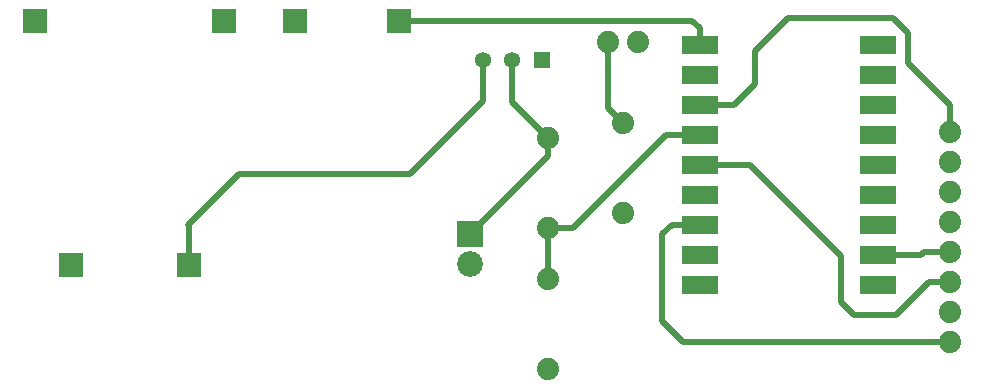
<source format=gbr>
%TF.GenerationSoftware,KiCad,Pcbnew,9.0.6*%
%TF.CreationDate,2026-01-09T06:42:04-06:00*%
%TF.ProjectId,weather_station1,77656174-6865-4725-9f73-746174696f6e,V1.10*%
%TF.SameCoordinates,Original*%
%TF.FileFunction,Copper,L1,Top*%
%TF.FilePolarity,Positive*%
%FSLAX46Y46*%
G04 Gerber Fmt 4.6, Leading zero omitted, Abs format (unit mm)*
G04 Created by KiCad (PCBNEW 9.0.6) date 2026-01-09 06:42:04*
%MOMM*%
%LPD*%
G01*
G04 APERTURE LIST*
%TA.AperFunction,ComponentPad*%
%ADD10R,3.010000X1.510000*%
%TD*%
%TA.AperFunction,ComponentPad*%
%ADD11C,1.879600*%
%TD*%
%TA.AperFunction,ComponentPad*%
%ADD12R,2.175000X2.175000*%
%TD*%
%TA.AperFunction,ComponentPad*%
%ADD13C,2.175000*%
%TD*%
%TA.AperFunction,ComponentPad*%
%ADD14R,1.354000X1.354000*%
%TD*%
%TA.AperFunction,ComponentPad*%
%ADD15C,1.354000*%
%TD*%
%TA.AperFunction,ComponentPad*%
%ADD16R,2.000000X2.000000*%
%TD*%
%TA.AperFunction,Conductor*%
%ADD17C,0.508000*%
%TD*%
G04 APERTURE END LIST*
D10*
%TO.P,U1,1,VCC*%
%TO.N,5V*%
X160115000Y-99613000D03*
%TO.P,U1,2,GND*%
%TO.N,GND*%
X160115000Y-102150500D03*
%TO.P,U1,3,V3V*%
%TO.N,/3.3V*%
X160115000Y-104688000D03*
%TO.P,U1,4,IO0*%
%TO.N,/BAT_LEVEL*%
X160115000Y-107225500D03*
%TO.P,U1,5,IO1*%
%TO.N,/D{slash}C*%
X160115000Y-109763000D03*
%TO.P,U1,6,IO2*%
%TO.N,unconnected-(U1-IO2-Pad6)*%
X160115000Y-112300500D03*
%TO.P,U1,7,IO3*%
%TO.N,/BUSY*%
X160115000Y-114838000D03*
%TO.P,U1,8,IO4*%
%TO.N,/SCL*%
X160115000Y-117375500D03*
%TO.P,U1,9,IO5*%
%TO.N,unconnected-(U1-IO5-Pad9)*%
X160115000Y-119913000D03*
%TO.P,U1,10,IO6*%
%TO.N,/SDA*%
X175215000Y-119913000D03*
%TO.P,U1,11,IO7*%
%TO.N,/CS*%
X175215000Y-117375500D03*
%TO.P,U1,12,IO8*%
%TO.N,/RES*%
X175215000Y-114838000D03*
%TO.P,U1,13,IO9*%
%TO.N,unconnected-(U1-IO9-Pad13)*%
X175215000Y-112300500D03*
%TO.P,U1,14,IO10*%
%TO.N,Net-(U1-IO10)*%
X175215000Y-109763000D03*
%TO.P,U1,15,IO18*%
%TO.N,unconnected-(U1-IO18-Pad15)*%
X175215000Y-107225500D03*
%TO.P,U1,16,IO19*%
%TO.N,unconnected-(U1-IO19-Pad16)*%
X175215000Y-104688000D03*
%TO.P,U1,17,IO20*%
%TO.N,unconnected-(U1-IO20-Pad17)*%
X175215000Y-102150500D03*
%TO.P,U1,18,IO21*%
%TO.N,unconnected-(U1-IO21-Pad18)*%
X175215000Y-99613000D03*
%TD*%
D11*
%TO.P,R3,2*%
%TO.N,Net-(D1-A)*%
X153670000Y-106162000D03*
%TO.P,R3,1*%
%TO.N,Net-(U1-IO10)*%
X153670000Y-113782000D03*
%TD*%
%TO.P,D1,2,A*%
%TO.N,Net-(D1-A)*%
X152400000Y-99314000D03*
%TO.P,D1,1,K*%
%TO.N,GND*%
X154940000Y-99314000D03*
%TD*%
%TO.P,J1,8,Pin_8*%
%TO.N,/BUSY*%
X181356000Y-124714000D03*
%TO.P,J1,7,Pin_7*%
%TO.N,/RES*%
X181356000Y-122174000D03*
%TO.P,J1,6,Pin_6*%
%TO.N,/D{slash}C*%
X181356000Y-119634000D03*
%TO.P,J1,5,Pin_5*%
%TO.N,/CS*%
X181356000Y-117094000D03*
%TO.P,J1,4,Pin_4*%
%TO.N,/SCL*%
X181356000Y-114554000D03*
%TO.P,J1,3,Pin_3*%
%TO.N,/SDA*%
X181356000Y-112014000D03*
%TO.P,J1,2,Pin_2*%
%TO.N,GND*%
X181356000Y-109474000D03*
%TO.P,J1,1,Pin_1*%
%TO.N,/3.3V*%
X181356000Y-106934000D03*
%TD*%
D12*
%TO.P,J3,1,1*%
%TO.N,/BAT_OUT*%
X140666000Y-115612750D03*
D13*
%TO.P,J3,2,2*%
%TO.N,GND*%
X140666000Y-118152750D03*
%TD*%
D14*
%TO.P,SW1,1,NC*%
%TO.N,unconnected-(SW1-NC-Pad1)*%
X146772000Y-100838000D03*
D15*
%TO.P,SW1,2,COM*%
%TO.N,/BAT_OUT*%
X144272000Y-100838000D03*
%TO.P,SW1,3,NO*%
%TO.N,/BAT+*%
X141772000Y-100838000D03*
%TD*%
D11*
%TO.P,R1,1*%
%TO.N,/BAT_LEVEL*%
X147320000Y-115052000D03*
%TO.P,R1,2*%
%TO.N,/BAT_OUT*%
X147320000Y-107432000D03*
%TD*%
%TO.P,R2,1*%
%TO.N,GND*%
X147320000Y-126990000D03*
%TO.P,R2,2*%
%TO.N,/BAT_LEVEL*%
X147320000Y-119370000D03*
%TD*%
D16*
%TO.P,U2,1,VOUT+*%
%TO.N,5V*%
X134672000Y-97536000D03*
%TO.P,U2,2,VOUT-*%
%TO.N,GND*%
X125872000Y-97536000D03*
%TO.P,U2,3,IN+*%
%TO.N,unconnected-(U2-IN+-Pad3)*%
X119872000Y-97536000D03*
%TO.P,U2,4,IN-*%
%TO.N,unconnected-(U2-IN--Pad4)*%
X103872000Y-97536000D03*
%TO.P,U2,5,BAT-*%
%TO.N,GND*%
X106872000Y-118236000D03*
%TO.P,U2,6,BAT+*%
%TO.N,/BAT+*%
X116872000Y-118236000D03*
%TD*%
D17*
%TO.N,GND*%
X147584000Y-127254000D02*
X147320000Y-126990000D01*
%TO.N,5V*%
X159512000Y-97536000D02*
X160160000Y-98184000D01*
X134672000Y-97536000D02*
X159512000Y-97536000D01*
X160160000Y-99568000D02*
X160160000Y-98184000D01*
%TO.N,/BAT_OUT*%
X147320000Y-108958750D02*
X147320000Y-107432000D01*
X140666000Y-115612750D02*
X147320000Y-108958750D01*
%TO.N,/BAT+*%
X116872000Y-114840000D02*
X116872000Y-118236000D01*
X121158000Y-110490000D02*
X116840000Y-114808000D01*
X141772000Y-104354000D02*
X135636000Y-110490000D01*
X135636000Y-110490000D02*
X121158000Y-110490000D01*
X141772000Y-100838000D02*
X141772000Y-104354000D01*
X116840000Y-114808000D02*
X116872000Y-114840000D01*
%TO.N,/BAT_LEVEL*%
X149362000Y-115052000D02*
X147320000Y-115052000D01*
X157233500Y-107180500D02*
X149362000Y-115052000D01*
X160160000Y-107180500D02*
X157233500Y-107180500D01*
%TO.N,Net-(D1-A)*%
X152400000Y-104892000D02*
X152400000Y-99314000D01*
X153670000Y-106162000D02*
X152400000Y-104892000D01*
%TO.N,/BAT_OUT*%
X144272000Y-104384000D02*
X144272000Y-100838000D01*
X147320000Y-107432000D02*
X144272000Y-104384000D01*
%TO.N,/BAT_LEVEL*%
X147320000Y-115052000D02*
X147320000Y-118354000D01*
%TO.N,/BUSY*%
X156972000Y-122936000D02*
X158750000Y-124714000D01*
X156972000Y-115570000D02*
X156972000Y-122936000D01*
X157749000Y-114793000D02*
X156972000Y-115570000D01*
X158750000Y-124714000D02*
X181356000Y-124714000D01*
X160160000Y-114793000D02*
X157749000Y-114793000D01*
%TO.N,/D{slash}C*%
X172120000Y-121320000D02*
X172120000Y-117438000D01*
X173228000Y-122428000D02*
X172120000Y-121320000D01*
X176784000Y-122428000D02*
X173228000Y-122428000D01*
X179578000Y-119634000D02*
X176784000Y-122428000D01*
X181356000Y-119634000D02*
X179578000Y-119634000D01*
X164400000Y-109718000D02*
X172120000Y-117438000D01*
X160160000Y-109718000D02*
X164400000Y-109718000D01*
%TO.N,/SDA*%
X175260000Y-119868000D02*
X175748000Y-119380000D01*
%TO.N,/CS*%
X179107000Y-117094000D02*
X178870500Y-117330500D01*
X181356000Y-117094000D02*
X179107000Y-117094000D01*
%TO.N,/3.3V*%
X163073000Y-104643000D02*
X160160000Y-104643000D01*
X164846000Y-102870000D02*
X163073000Y-104643000D01*
X164846000Y-100076000D02*
X164846000Y-102870000D01*
X167640000Y-97282000D02*
X164846000Y-100076000D01*
X176530000Y-97282000D02*
X167640000Y-97282000D01*
X177800000Y-98552000D02*
X176530000Y-97282000D01*
X177800000Y-101092000D02*
X177800000Y-98552000D01*
X181356000Y-104648000D02*
X177800000Y-101092000D01*
X181356000Y-106934000D02*
X181356000Y-104648000D01*
%TO.N,/SDA*%
X175370000Y-119978000D02*
X175260000Y-119868000D01*
%TO.N,/CS*%
X175260000Y-117330500D02*
X178870500Y-117330500D01*
%TO.N,/SDA*%
X175260000Y-119868000D02*
X175404000Y-119724000D01*
%TD*%
M02*

</source>
